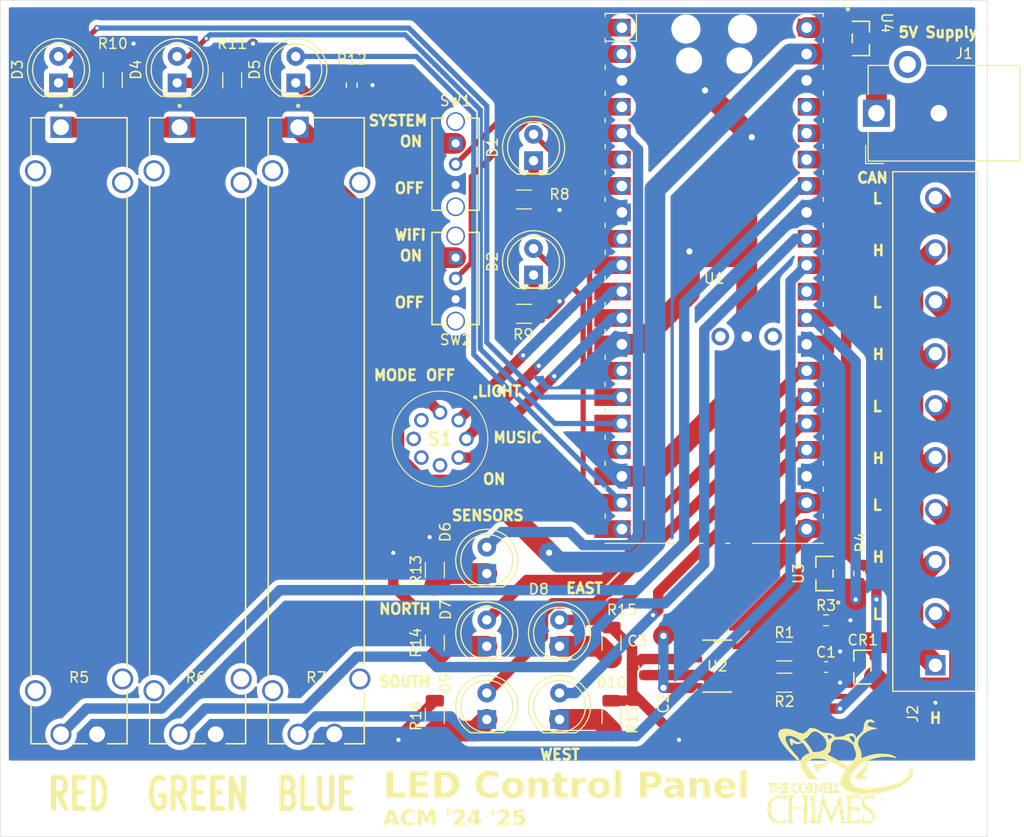
<source format=kicad_pcb>
(kicad_pcb (version 20240108) (generator "pcbnew") (generator_version "8.0")
  (title_block (title "McGraw Tower LED Control Panel") (date "2025-04-09") (rev "0"))
  (layers (0 "F.Cu" signal) (31 "B.Cu" signal) (34 "B.Paste" user) (35 "F.Paste" user) (36 "B.SilkS" user "B.Silkscreen") (37 "F.SilkS" user "F.Silkscreen") (38 "B.Mask" user) (39 "F.Mask" user) (44 "Edge.Cuts" user))
  (net 0 "")
  (net 1 "/CAN_VREF")
  (net 2 "GND")
  (net 3 "VSYS")
  (net 4 "/CANL")
  (net 5 "/CANH")
  (net 6 "Net-(D1-K)")
  (net 7 "/LED_ON")
  (net 8 "Net-(D2-K)")
  (net 9 "/LED_WIFI")
  (net 10 "/LED_R")
  (net 11 "Net-(D3-K)")
  (net 12 "Net-(D4-K)")
  (net 13 "/LED_G")
  (net 14 "/LED_B")
  (net 15 "Net-(D5-K)")
  (net 16 "VBARREL")
  (net 18 "/CAN_RS")
  (net 19 "/CAN_ENL")
  (net 20 "/POT_R")
  (net 21 "/POT_G")
  (net 22 "/POT_B")
  (net 26 "/M_ON")
  (net 28 "/M_MUSIC")
  (net 29 "/M_LIGHT")
  (net 30 "/SYS_EN")
  (net 31 "/SYS_WIFI")
  (net 32 "/CAN_RX")
  (net 33 "VBUS")
  (net 36 "/SENSORS")
  (net 38 "Net-(D6-K)")
  (net 40 "/CAN_TX")
  (net 43 "Net-(D7-K)")
  (net 46 "/NFACE")
  (net 52 "Net-(D8-K)")
  (net 54 "/EFACE")
  (net 56 "Net-(D9-K)")
  (net 57 "/SFACE")
  (net 62 "/WFACE")
  (net 63 "Net-(D10-K)")
  (footprint "Resistor_SMD:R_1206_3216Metric" (layer "F.Cu") (at 147.5 125.7 90)
    (property "Reference" "R16")
    (property "Value" "60Ω" (hide yes))
  )
  (footprint "Resistor_SMD:R_0603_1608Metric" (layer "F.Cu") (at 185.14935 116.5)
    (property "Reference" "R3")
    (property "Value" "10KΩ" (hide yes))
  )
  (footprint "1729092:PHOENIX_1729092" (layer "F.Cu") (at 199.725 123.325 90)
    (property "Reference" "J2")
    (property "Value" "1729092" (hide yes))
  )
  (footprint "pta4543:POT_PTA4543" (layer "F.Cu") (at 111.5171 69.0456)
    (property "Reference" "R5")
    (property "Value" "PTA4543" (hide yes))
  )
  (footprint "LED_THT:LED_D5.0mm" (layer "F.Cu") (at 134.113 64.775 90)
    (property "Reference" "D5")
    (property "Value" "LED" (hide yes))
  )
  (footprint "pesd:SOT23_PESD1_NEX" (layer "F.Cu") (at 188.64935 121 180)
    (property "Reference" "CR1")
    (property "Value" "PESD1CAN_215" (hide yes))
  )
  (footprint "LED_THT:LED_D5.0mm" (layer "F.Cu") (at 122.699 64.775 90)
    (property "Reference" "D4")
    (property "Value" "LED" (hide yes))
  )
  (footprint "LED_THT:LED_D5.0mm" (layer "F.Cu") (at 152.5 112 90)
    (property "Reference" "D6")
    (property "Value" "LED" (hide yes))
  )
  (footprint "Resistor_SMD:R_0603_1608Metric" (layer "F.Cu") (at 139.5 65 90)
    (property "Reference" "R12")
    (property "Value" "5Ω" (hide yes))
  )
  (footprint "LED_THT:LED_D5.0mm" (layer "F.Cu") (at 157 83.2657 90)
    (property "Reference" "D2")
    (property "Value" "LED" (hide yes))
  )
  (footprint "Resistor_SMD:R_0603_1608Metric" (layer "F.Cu") (at 188.35225 112 -90)
    (property "Reference" "R4")
    (property "Value" "100KΩ" (hide yes))
  )
  (footprint "Resistor_SMD:R_1206_3216Metric" (layer "F.Cu") (at 156.07 87)
    (property "Reference" "R9")
    (property "Value" "60Ω" (hide yes))
  )
  (footprint "pta4543:POT_PTA4543" (layer "F.Cu") (at 134.3451 69.0456)
    (property "Reference" "R7")
    (property "Value" "PTA4543" (hide yes))
  )
  (footprint "LOGO" (layer "F.Cu") (at 186.5 131)
    (property "Reference" "G***" (hide yes))
    (property "Value" "LOGO" (hide yes))
  )
  (footprint "rm103772bcb:RM103772BCB" (layer "F.Cu") (at 149.796 97.244)
    (property "Reference" "S1")
    (property "Value" "RM103772BCB" (hide yes))
  )
  (footprint "Capacitor_SMD:C_0603_1608Metric" (layer "F.Cu") (at 167.64935 121 90)
    (property "Reference" "C3")
    (property "Value" "100nF" (hide yes))
  )
  (footprint "LED_THT:LED_D5.0mm" (layer "F.Cu") (at 159.5 119 90)
    (property "Reference" "D8")
    (property "Value" "LED" (hide yes))
  )
  (footprint "Capacitor_SMD:C_0603_1608Metric" (layer "F.Cu") (at 169.64935 121 90)
    (property "Reference" "C2")
    (property "Value" "10uF" (hide yes))
  )
  (footprint "LED_THT:LED_D5.0mm" (layer "F.Cu") (at 111.285 64.775 90)
    (property "Reference" "D3")
    (property "Value" "LED" (hide yes))
  )
  (footprint "os102011ms2qn1:SPDT_OS102011_CNK" (layer "F.Cu") (at 149.5 70.600001)
    (property "Reference" "SW1")
    (property "Value" "OS102011MS2QN1" (hide yes))
  )
  (footprint "LED_THT:LED_D5.0mm" (layer "F.Cu") (at 159.5 126.04 90)
    (property "Reference" "D10")
    (property "Value" "LED" (hide yes))
  )
  (footprint "Resistor_SMD:R_1206_3216Metric" (layer "F.Cu") (at 164.5 125.7 90)
    (property "Reference" "R17")
    (property "Value" "60Ω" (hide yes))
  )
  (footprint "LED_THT:LED_D5.0mm" (layer "F.Cu") (at 152.5 119 90)
    (property "Reference" "D7")
    (property "Value" "LED" (hide yes))
  )
  (footprint "Resistor_SMD:R_1206_3216Metric" (layer "F.Cu") (at 128 64.5375 90)
    (property "Reference" "R11")
    (property "Value" "60Ω" (hide yes))
  )
  (footprint "pta4543:POT_PTA4543" (layer "F.Cu") (at 122.9311 69.0456)
    (property "Reference" "R6")
    (property "Value" "PTA4543" (hide yes))
  )
  (footprint "Resistor_SMD:R_1206_3216Metric" (layer "F.Cu") (at 147.5 111.66 90)
    (property "Reference" "R13")
    (property "Value" "60Ω" (hide yes))
  )
  (footprint "Capacitor_SMD:C_0603_1608Metric" (layer "F.Cu") (at 185.14935 121)
    (property "Reference" "C1")
    (property "Value" "4.7uF" (hide yes))
  )
  (footprint "fdn340p:SOT-23_ONS" (layer "F.Cu") (at 185 112 90)
    (property "Reference" "U3")
    (property "Value" "FDN340P" (hide yes))
  )
  (footprint "Resistor_SMD:R_1206_3216Metric" (layer "F.Cu") (at 164.5 118.66 90)
    (property "Reference" "R15")
    (property "Value" "60Ω" (hide yes))
  )
  (footprint "Connector_BarrelJack:BarrelJack_CUI_PJ-102AH_Horizontal" (layer "F.Cu") (at 190 67.7 90)
    (property "Reference" "J1")
    (property "Value" "Barrel_Jack_MountingPin" (hide yes))
  )
  (footprint "CAN:D8" (layer "F.Cu") (at 174.68555 120.905)
    (property "Reference" "U2")
    (property "Value" "SN65HVD230DR" (hide yes))
  )
  (footprint "os102011ms2qn1:SPDT_OS102011_CNK" (layer "F.Cu") (at 149.5 81.600001)
    (property "Reference" "SW2")
    (property "Value" "OS102011MS2QN1" (hide yes))
  )
  (footprint "Resistor_SMD:R_1206_3216Metric" (layer "F.Cu") (at 181.14935 119.5)
    (property "Reference" "R1")
    (property "Value" "60Ω" (hide yes))
  )
  (footprint "Resistor_SMD:R_1206_3216Metric" (layer "F.Cu") (at 181.14935 122.5 180)
    (property "Reference" "R2")
    (property "Value" "60Ω" (hide yes))
  )
  (footprint "Resistor_SMD:R_1206_3216Metric" (layer "F.Cu") (at 147.5 118.66 90)
    (property "Reference" "R14")
    (property "Value" "60Ω" (hide yes))
  )
  (footprint "LED_THT:LED_D5.0mm" (layer "F.Cu") (at 157 72.2657 90)
    (property "Reference" "D1")
    (property "Value" "LED" (hide yes))
  )
  (footprint "Resistor_SMD:R_1206_3216Metric" (layer "F.Cu") (at 156.07 76)
    (property "Reference" "R8")
    (property "Value" "60Ω" (hide yes))
  )
  (footprint "dmg2305ux:SOT-23_DIO" (layer "F.Cu") (at 188.5 60.5 -90)
    (property "Reference" "U4")
    (property "Value" "DMG2305UX-7" (hide yes))
  )
  (footprint "LED_THT:LED_D5.0mm" (layer "F.Cu") (at 152.5 126.04 90)
    (property "Reference" "D9")
    (property "Value" "LED" (hide yes))
  )
  (footprint "pico:RPi_PicoW_SMD_TH" (layer "F.Cu") (at 174.39 83.59)
    (property "Reference" "U1")
    (property "Value" "PicoW" (hide yes))
  )
  (footprint "Resistor_SMD:R_1206_3216Metric" (layer "F.Cu") (at 116.5 64.5 90)
    (property "Reference" "R10")
    (property "Value" "60Ω" (hide yes))
  )
  (gr_rect (start 105.675 56.825) (end 200.675 137.325) (stroke (width 0.05)) (fill none) (layer "Edge.Cuts"))
  (gr_text "SENSORS" (at 149 107 0) (layer "F.SilkS") (effects (font (size 1 1) (thickness 0.25) (bold yes)) (justify left bottom)))
  (gr_text "WEST" (at 157.5 130 0) (layer "F.SilkS") (effects (font (size 1 1) (thickness 0.25) (bold yes)) (justify left bottom)))
  (gr_text "H" (at 189.5 111 0) (layer "F.SilkS") (effects (font (size 1 1) (thickness 0.25) (bold yes)) (justify left bottom)))
  (gr_text "L" (at 189.5 106 0) (layer "F.SilkS") (effects (font (size 1 1) (thickness 0.25) (bold yes)) (justify left bottom)))
  (gr_text "H" (at 189.5 101.5 0) (layer "F.SilkS") (effects (font (size 1 1) (thickness 0.25) (bold yes)) (justify left bottom)))
  (gr_text "5V Supply" (at 192 60.5 0) (layer "F.SilkS") (effects (font (size 1 1) (thickness 0.25) (bold yes)) (justify left bottom)))
  (gr_text "ACM '24 '25" (at 142.5 136.5 0) (layer "F.SilkS") (effects (font (size 1.5 1.5) (thickness 0.3) (bold yes)) (justify left bottom)))
  (gr_text "RED" (at 110 135 0) (layer "F.SilkS") (effects (font (size 3 2) (thickness 0.5) (bold yes)) (justify left bottom)))
  (gr_text "LIGHT" (at 151.496 95.044 0) (layer "F.SilkS") (effects (font (size 1 1) (thickness 0.25) (bold yes)) (justify left bottom)))
  (gr_text "ON" (at 144 82 0) (layer "F.SilkS") (effects (font (size 1 1) (thickness 0.25) (bold yes)) (justify left bottom)))
  (gr_text "L" (at 189.5 86.5 0) (layer "F.SilkS") (effects (font (size 1 1) (thickness 0.25) (bold yes)) (justify left bottom)))
  (gr_text "MODE" (at 141.5 93.5 0) (layer "F.SilkS") (effects (font (size 1 1) (thickness 0.25) (bold yes)) (justify left bottom)))
  (gr_text "L" (at 189.5 76.5 0) (layer "F.SilkS") (effects (font (size 1 1) (thickness 0.25) (bold yes)) (justify left bottom)))
  (gr_text "H" (at 189.5 81.5 0) (layer "F.SilkS") (effects (font (size 1 1) (thickness 0.25) (bold yes)) (justify left bottom)))
  (gr_text "SYSTEM" (at 141 69 0) (layer "F.SilkS") (effects (font (size 1 1) (thickness 0.25) (bold yes)) (justify left bottom)))
  (gr_text "NORTH" (at 142 116 0) (layer "F.SilkS") (effects (font (size 1 1) (thickness 0.25) (bold yes)) (justify left bottom)))
  (gr_text "EAST" (at 160 114 0) (layer "F.SilkS") (effects (font (size 1 1) (thickness 0.25) (bold yes)) (justify left bottom)))
  (gr_text "SOUTH" (at 142 123 0) (layer "F.SilkS") (effects (font (size 1 1) (thickness 0.25) (bold yes)) (justify left bottom)))
  (gr_text "L" (at 189.5 96.5 0) (layer "F.SilkS") (effects (font (size 1 1) (thickness 0.25) (bold yes)) (justify left bottom)))
  (gr_text "CAN" (at 188 74.5 0) (layer "F.SilkS") (effects (font (size 1 1) (thickness 0.25) (bold yes)) (justify left bottom)))
  (gr_text "L" (at 189.5 116.5 0) (layer "F.SilkS") (effects (font (size 1 1) (thickness 0.25) (bold yes)) (justify left bottom)))
  (gr_text "OFF" (at 143.5 75.5 0) (layer "F.SilkS") (effects (font (size 1 1) (thickness 0.25) (bold yes)) (justify left bottom)))
  (gr_text "LED Control Panel" (at 142.5 134 0) (layer "F.SilkS") (effects (font (size 2.5 2.5) (thickness 0.5) (bold yes)) (justify left bottom)))
  (gr_text "H" (at 189.5 91.5 0) (layer "F.SilkS") (effects (font (size 1 1) (thickness 0.25) (bold yes)) (justify left bottom)))
  (gr_text "OFF" (at 146.5 93.5 0) (layer "F.SilkS") (effects (font (size 1 1) (thickness 0.25) (bold yes)) (justify left bottom)))
  (gr_text "GREEN" (at 119.5 135 0) (layer "F.SilkS") (effects (font (size 3 2) (thickness 0.5) (bold yes)) (justify left bottom)))
  (gr_text "BLUE" (at 132 135 0) (layer "F.SilkS") (effects (font (size 3 2) (thickness 0.5) (bold yes)) (justify left bottom)))
  (gr_text "ON" (at 144 71 0) (layer "F.SilkS") (effects (font (size 1 1) (thickness 0.25) (bold yes)) (justify left bottom)))
  (gr_text "H" (at 195 126.5 0) (layer "F.SilkS") (effects (font (size 1 1) (thickness 0.25) (bold yes)) (justify left bottom)))
  (gr_text "WiFi\n" (at 143.5 80 0) (layer "F.SilkS") (effects (font (size 1 1) (thickness 0.25) (bold yes)) (justify left bottom)))
  (gr_text "OFF" (at 143.5 86.5 0) (layer "F.SilkS") (effects (font (size 1 1) (thickness 0.25) (bold yes)) (justify left bottom)))
  (gr_text "ON\n" (at 152 103.5 0) (layer "F.SilkS") (effects (font (size 1 1) (thickness 0.25) (bold yes)) (justify left bottom)))
  (gr_text "MUSIC" (at 153 99.5 0) (layer "F.SilkS") (effects (font (size 1 1) (thickness 0.25) (bold yes)) (justify left bottom)))
  (segment (start 175.85875 120.9606) (end 175.91435 120.905) (width 0.2) (layer "F.Cu") (net 1))
  (segment (start 175.91435 120.905) (end 184.27935 120.905) (width 0.2) (layer "F.Cu") (net 1))
  (segment (start 175.85875 122.2306) (end 175.85875 120.9606) (width 0.2) (layer "F.Cu") (net 1))
  (segment (start 176.43815 122.81) (end 175.85875 122.2306) (width 0.2) (layer "F.Cu") (net 1))
  (segment (start 177.14935 122.81) (end 176.43815 122.81) (width 0.2) (layer "F.Cu") (net 1))
  (segment (start 184.27935 120.905) (end 184.37435 121) (width 0.2) (layer "F.Cu") (net 1))
  (segment (start 147.5 110.1975) (end 147.5 109) (width 1) (layer "F.Cu") (net 2))
  (segment (start 172 76) (end 178 70) (width 2) (layer "F.Cu") (net 2))
  (segment (start 164.5 117.1975) (end 164.8025 117.1975) (width 1) (layer "F.Cu") (net 2))
  (segment (start 140.675 64.175) (end 141.5 65) (width 1) (layer "F.Cu") (net 2))
  (segment (start 167.409968 120.225) (end 166.47435 121.160618) (width 1) (layer "F.Cu") (net 2))
  (segment (start 165.5 102.64) (end 168.35 102.64) (width 2) (layer "F.Cu") (net 2))
  (segment (start 147.5 109) (end 147 108.5) (width 1) (layer "F.Cu") (net 2))
  (segment (start 128 63.075) (end 128 63) (width 1) (layer "F.Cu") (net 2))
  (segment (start 144 128) (end 144 127.7375) (width 1) (layer "F.Cu") (net 2))
  (segment (start 167.2375 124.2375) (end 164.5 124.2375) (width 1) (layer "F.Cu") (net 2))
  (segment (start 173.5 65.5) (end 178 70) (width 2) (layer "F.Cu") (net 2))
  (segment (start 144 127.7375) (end 147.5 124.2375) (width 1) (layer "F.Cu") (net 2))
  (segment (start 167.64935 120.225) (end 172.17675 120.225) (width 1) (layer "F.Cu") (net 2))
  (segment (start 157.5325 76) (end 158.5 76) (width 1) (layer "F.Cu") (net 2))
  (segment (start 139.5 64.175) (end 140.675 64.175) (width 1) (layer "F.Cu") (net 2))
  (segment (start 164.5 117.1975) (end 166.47435 119.17185) (width 1) (layer "F.Cu") (net 2))
  (segment (start 177.5141 89.19) (end 177.5141 70.4859) (width 2) (layer "F.Cu") (net 2))
  (segment (start 177.5141 70.4859) (end 178 70) (width 2) (layer "F.Cu") (net 2))
  (segment (start 128 63) (end 130 61) (width 1) (layer "F.Cu") (net 2))
  (segment (start 168.35 102.64) (end 177.5141 93.4759) (width 2) (layer "F.Cu") (net 2))
  (segment (start 167.06 89.94) (end 172 85) (width 2) (layer "F.Cu") (net 2))
  (segment (start 143.5 110) (end 143.5 113.1975) (width 1) (layer "F.Cu") (net 2))
  (segment (start 167.64935 120.225) (end 167.409968 120.225) (width 1) (layer "F.Cu") (net 2))
  (segment (start 159.5 85.8) (end 158.3 87) (width 1) (layer "F.Cu") (net 2))
  (segment (start 171 128) (end 167.2375 124.2375) (width 1) (layer "F.Cu") (net 2))
  (segment (start 158.3 87) (end 157.5325 87) (width 1) (layer "F.Cu") (net 2))
  (segment (start 158.5 76) (end 159.5 77) (width 1) (layer "F.Cu") (net 2))
  (segment (start 165.5 89.94) (end 167.06 89.94) (width 2) (layer "F.Cu") (net 2))
  (segment (start 172 85) (end 172 81) (width 2) (layer "F.Cu") (net 2))
  (segment (start 177.5141 93.4759) (end 177.5141 89.19) (width 2) (layer "F.Cu") (net 2))
  (segment (start 166.47435 123.47435) (end 167.2375 124.2375) (width 1) (layer "F.Cu") (net 2))
  (segment (start 166.47435 121.160618) (end 166.47435 123.47435) (width 1) (layer "F.Cu") (net 2))
  (segment (start 172 81) (end 172 76) (width 2) (layer "F.Cu") (net 2))
  (segment (start 166.47435 119.17185) (end 166.47435 121.160618) (width 1) (layer "F.Cu") (net 2))
  (segment (start 185.97435 116.5) (end 187.5 116.5) (width 1) (layer "F.Cu") (net 2))
  (segment (start 172.17675 120.225) (end 172.22175 120.27) (width 0.5) (layer "F.Cu") (net 2))
  (segment (start 116.5 63) (end 118.5 61) (width 1) (layer "F.Cu") (net 2))
  (segment (start 116.5 63.0375) (end 116.5 63) (width 1) (layer "F.Cu") (net 2))
  (segment (start 143.5 113.1975) (end 147.5 117.1975) (width 1) (layer "F.Cu") (net 2))
  (via (at 118.5 61) (size 0.8) (drill 0.4) (layers "F.Cu" "B.Cu") (net 2))
  (via (at 178 70) (size 1) (drill 0.6) (layers "F.Cu" "B.Cu") (net 2))
  (via (at 159.5 77) (size 0.8) (drill 0.4) (layers "F.Cu" "B.Cu") (net 2))
  (via (at 172 81) (size 1) (drill 0.6) (layers "F.Cu" "B.Cu") (net 2))
  (via (at 143.5 110) (size 0.8) (drill 0.4) (layers "F.Cu" "B.Cu") (net 2))
  (via (at 186.5 119.5) (size 0.8) (drill 0.4) (layers "F.Cu" "B.Cu") (net 2))
  (via (at 130 61) (size 0.8) (drill 0.4) (layers "F.Cu" "B.Cu") (net 2))
  (via (at 141.5 65) (size 0.8) (drill 0.4) (layers "F.Cu" "B.Cu") (net 2))
  (via (at 187.5 116.5) (size 0.8) (drill 0.4) (layers "F.Cu" "B.Cu") (net 2))
  (via (at 171 128) (size 0.8) (drill 0.4) (layers "F.Cu" "B.Cu") (net 2))
  (via (at 144 128) (size 0.8) (drill 0.4) (layers "F.Cu" "B.Cu") (net 2))
  (via (at 159.5 85.8) (size 0.8) (drill 0.4) (layers "F.Cu" "B.Cu") (net 2))
  (via (at 147 108.5) (size 0.8) (drill 0.4) (layers "F.Cu" "B.Cu") (net 2))
  (via (at 173.5 65.5) (size 1) (drill 0.6) (layers "F.Cu" "B.Cu") (net 2))
  (via (at 186.5 122.5) (size 0.8) (drill 0.4) (layers "F.Cu" "B.Cu") (net 2))
  (segment (start 148 96.5) (end 144.375203 92.875203) (width 1) (layer "F.Cu") (net 3))
  (segment (start 188.3223 111.175) (end 187.08 109.9327) (width 1) (layer "F.Cu") (net 3))
  (segment (start 188.82725 111.175) (end 188.35225 111.175) (width 1) (layer "F.Cu") (net 3))
  (segment (start 188.35225 111.175) (end 188.3223 111.175) (width 1) (layer "F.Cu") (net 3))
  (segment (start 190 112.34775) (end 188.82725 111.175) (width 1) (layer "F.Cu") (net 3))
  (segment (start 144.375203 92.875203) (end 144.375203 81.600001) (width 2) (layer "F.Cu") (net 3))
  (segment (start 171.98675 121.775) (end 173.85675 121.775) (width 1) (layer "F.Cu") (net 3))
  (segment (start 135.899501 73.124299) (end 135.899501 70.600001) (width 2) (layer "F.Cu") (net 3))
  (segment (start 167.64935 121.775) (end 171.98675 121.775) (width 1) (layer "F.Cu") (net 3))
  (segment (start 187.08 109.9327) (end 187.08 62) (width 1) (layer "F.Cu") (net 3))
  (segment (start 134.3451 69.0456) (end 135.899501 70.600001) (width 2) (layer "F.Cu") (net 3))
  (segment (start 183.28 62) (end 187.08 62) (width 2) (layer "F.Cu") (net 3))
  (segment (start 151.98 103.48) (end 146.160994 103.48) (width 2) (layer "F.Cu") (net 3))
  (segment (start 111.5171 69.0456) (end 122.9311 69.0456) (width 2) (layer "F.Cu") (net 3))
  (segment (start 146.160994 103.48) (end 143.56 100.879006) (width 2) (layer "F.Cu") (net 3))
  (segment (start 143.56 93.690406) (end 144.375203 92.875203) (width 2) (layer "F.Cu") (net 3))
  (segment (start 143.56 100.879006) (end 143.56 93.690406) (width 2) (layer "F.Cu") (net 3))
  (segment (start 173.85675 121.775) (end 173.85675 122.1874) (width 1) (layer "F.Cu") (net 3))
  (segment (start 135.899501 70.600001) (end 149.5 70.600001) (width 2) (layer "F.Cu") (net 3))
  (segment (start 144.375203 81.600001) (end 135.899501 73.124299) (width 2) (layer "F.Cu") (net 3))
  (segment (start 185.9652 111.0475) (end 187.08 109.9327) (width 1) (layer "F.Cu") (net 3))
  (segment (start 158.5 110) (end 151.98 103.48) (width 2) (layer "F.Cu") (net 3))
  (segment (start 171.98675 121.775) (end 172.22175 121.54) (width 0.5) (layer "F.Cu") (net 3))
  (segment (start 190 114.5) (end 190 112.34775) (width 1) (layer "F.Cu") (net 3))
  (segment (start 173.85675 122.1874) (end 176.66935 125) (width 1) (layer "F.Cu") (net 3))
  (segment (start 176.66935 125) (end 186.5 125) (width 1) (layer "F.Cu") (net 3))
  (segment (start 149.5 81.600001) (end 144.375203 81.600001) (width 2) (layer "F.Cu") (net 3))
  (segment (start 122.9311 69.0456) (end 134.3451 69.0456) (width 2) (layer "F.Cu") (net 3))
  (segment (start 187.08 62) (end 187.555001 61.524999) (width 2) (layer "F.Cu") (net 3))
  (via (at 158.5 110) (size 1) (drill 0.6) (layers "F.Cu" "B.Cu") (net 3))
  (via (at 190 114.5) (size 0.8) (drill 0.4) (layers "F.Cu" "B.Cu") (net 3))
  (via (at 186.5 125) (size 0.8) (drill 0.4) (layers "F.Cu" "B.Cu") (net 3))
  (segment (start 190 121.5) (end 190 114.5) (width 1) (layer "B.Cu") (net 3))
  (segment (start 166.815958 110.897) (end 159.397 110.897) (width 2) (layer "B.Cu") (net 3))
  (segment (start 183.28 62) (end 181.72 62) (width 2) (layer "B.Cu") (net 3))
  (segment (start 168.677 109.035958) (end 166.815958 110.897) (width 2) (layer "B.Cu") (net 3))
  (segment (start 159.397 110.897) (end 158.5 110) (width 2) (layer "B.Cu") (net 3))
  (segment (start 181.72 62) (end 168.677 75.043) (width 2) (layer "B.Cu") (net 3))
  (segment (start 168.677 75.043) (end 168.677 109.035958) (width 2) (layer "B.Cu") (net 3))
  (segment (start 186.5 125) (end 190 121.5) (width 1) (layer "B.Cu") (net 3))
  (segment (start 197.5 123) (end 198 122.5) (width 2) (layer "F.Cu") (net 4))
  (segment (start 189.7987 121.950001) (end 190.848699 123) (width 2) (layer "F.Cu") (net 4))
  (segment (start 197.85 108) (end 197.85 108.825) (width 2) (layer "F.Cu") (net 4))
  (segment (start 197.85 99.825) (end 197.85 90.325) (width 2) (layer "F.Cu") (net 4))
  (segment (start 197.85 90.325) (end 197.85 78) (width 2) (layer "F.Cu") (net 4))
  (segment (start 181.01185 123.825) (end 187.923701 123.825) (width 0.5) (layer "F.Cu") (net 4))
  (segment (start 179.68685 122.5) (end 181.01185 123.825) (width 0.5) (layer "F.Cu") (net 4))
  (segment (start 195.675 85.825) (end 197.85 88) (width 2) (layer "F.Cu") (net 4))
  (segment (start 195.675 95.825) (end 197.85 98) (width 2) (layer "F.Cu") (net 4))
  (segment (start 197.85 78) (end 195.675 75.825) (width 2) (layer "F.Cu") (net 4))
  (segment (start 190.848699 123) (end 197.5 123) (width 2) (layer "F.Cu") (net 4))
  (segment (start 198 117.85) (end 198 108.975) (width 2) (layer "F.Cu") (net 4))
  (segment (start 197.85 108.825) (end 197.85 99.825) (width 2) (layer "F.Cu") (net 4))
  (segment (start 197.85 88) (end 197.85 90.325) (width 2) (layer "F.Cu") (net 4))
  (segment (start 197.85 98) (end 197.85 99.825) (width 2) (layer "F.Cu") (net 4))
  (segment (start 178.72685 121.54) (end 179.68685 122.5) (width 0.5) (layer "F.Cu") (net 4))
  (segment (start 198 108.975) (end 197.85 108.825) (width 2) (layer "F.Cu") (net 4))
  (segment (start 197.85 118) (end 198 117.85) (width 2) (layer "F.Cu") (net 4))
  (segment (start 195.675 105.825) (end 197.85 108) (width 2) (layer "F.Cu") (net 4))
  (segment (start 195.675 115.825) (end 197.85 118) (width 2) (layer "F.Cu") (net 4))
  (segment (start 187.923701 123.825) (end 189.7987 121.950001) (width 0.5) (layer "F.Cu") (net 4))
  (segment (start 177.14935 121.54) (end 178.72685 121.54) (width 0.5) (layer "F.Cu") (net 4))
  (segment (start 198 122.5) (end 198 117.85) (width 2) (layer "F.Cu") (net 4))
  (segment (start 193.5 106.825) (end 193.5 118.65) (width 2) (layer "F.Cu") (net 5))
  (segment (start 193.5 113) (end 193.5 118.65) (width 1) (layer "F.Cu") (net 5))
  (segment (start 195.675 100.825) (end 193.5 103) (width 2) (layer "F.Cu") (net 5))
  (segment (start 195.675 120.825) (end 193.5 118.65) (width 2) (layer "F.Cu") (net 5))
  (segment (start 188.37435 118.62565) (end 189.7987 120.049999) (width 0.5) (layer "F.Cu") (net 5))
  (segment (start 187.923701 118.175) (end 188.37435 118.62565) (width 0.5) (layer "F.Cu") (net 5))
  (segment (start 193.5 118.65) (end 188.3987 118.65) (width 2) (layer "F.Cu") (net 5))
  (segment (start 177.14935 120.27) (end 178.91685 120.27) (width 0.5) (layer "F.Cu") (net 5))
  (segment (start 181.01185 118.175) (end 187.923701 118.175) (width 0.5) (layer "F.Cu") (net 5))
  (segment (start 188.3987 118.65) (end 188.37435 118.62565) (width 2) (layer "F.Cu") (net 5))
  (segment (start 195.675 90.825) (end 193.5 93) (width 2) (layer "F.Cu") (net 5))
  (segment (start 195.675 80.825) (end 193.5 83) (width 2) (layer "F.Cu") (net 5))
  (segment (start 179.68685 119.5) (end 181.01185 118.175) (width 0.5) (layer "F.Cu") (net 5))
  (segment (start 193.5 83) (end 193.5 93.325) (width 2) (layer "F.Cu") (net 5))
  (segment (start 178.91685 120.27) (end 179.68685 119.5) (width 0.5) (layer "F.Cu") (net 5))
  (segment (start 195.675 110.825) (end 193.5 113) (width 2) (layer "F.Cu") (net 5))
  (segment (start 193.5 93) (end 193.5 93.325) (width 2) (layer "F.Cu") (net 5))
  (segment (start 193.5 103) (end 193.5 106.825) (width 2) (layer "F.Cu") (net 5))
  (segment (start 193.5 93.325) (end 193.5 106.825) (width 2) (layer "F.Cu") (net 5))
  (segment (start 157 73.6075) (end 154.6075 76) (width 1) (layer "F.Cu") (net 6))
  (segment (start 157 72.2657) (end 157 73.6075) (width 1) (layer "F.Cu") (net 6))
  (segment (start 162.4 75.1257) (end 162.4 91.24) (width 0.5) (layer "F.Cu") (net 7))
  (segment (start 162.4 91.24) (end 163.64 92.48) (width 0.5) (layer "F.Cu") (net 7))
  (segment (start 163.64 92.48) (end 165.5 92.48) (width 0.5) (layer "F.Cu") (net 7))
  (segment (start 157 69.7257) (end 162.4 75.1257) (width 0.5) (layer "F.Cu") (net 7))
  (segment (start 157 83.2657) (end 157 84.6075) (width 1) (layer "F.Cu") (net 8))
  (segment (start 157 84.6075) (end 154.6075 87) (width 1) (layer "F.Cu") (net 8))
  (segment (start 161.773 85.4987) (end 161.773 105.853) (width 0.5) (layer "F.Cu") (net 9))
  (segment (start 157 80.7257) (end 161.773 85.4987) (width 0.5) (layer "F.Cu") (net 9))
  (segment (start 163.64 107.72) (end 165.5 107.72) (width 0.5) (layer "F.Cu") (net 9))
  (segment (start 161.773 105.853) (end 163.64 107.72) (width 0.5) (layer "F.Cu") (net 9))
  (segment (start 111.285 62.235) (end 112.265 62.235) (width 0.5) (layer "F.Cu") (net 10))
  (segment (start 112.265 62.235) (end 115 59.5) (width 0.5) (layer "F.Cu") (net 10))
  (via (at 115 59.5) (size 0.6) (drill 0.3) (layers "F.Cu" "B.Cu") (net 10))
  (segment (start 115 59.5) (end 145 59.5) (width 0.5) (layer "B.Cu") (net 10))
  (segment (start 152.5 89.75) (end 157.77 95.02) (width 0.5) (layer "B.Cu") (net 10))
  (segment (start 157.77 95.02) (end 165.5 95.02) (width 0.5) (layer "B.Cu") (net 10))
  (segment (start 145 59.5) (end 152.5 67) (width 0.5) (layer "B.Cu") (net 10))
  (segment (start 152.5 67) (end 152.5 89.75) (width 0.5) (layer "B.Cu") (net 10))
  (segment (start 115.3125 64.775) (end 116.5 65.9625) (width 1) (layer "F.Cu") (net 11))
  (segment (start 111.285 64.775) (end 115.3125 64.775) (width 1) (layer "F.Cu") (net 11))
  (segment (start 126.775 64.775) (end 128 66) (width 1) (layer "F.Cu") (net 12))
  (segment (start 122.699 64.775) (end 126.775 64.775) (width 1) (layer "F.Cu") (net 12))
  (segment (start 122.699 62.235) (end 123.765 62.235) (width 0.5) (layer "F.Cu") (net 13))
  (segment (start 123.765 62.235) (end 125.5 60.5) (width 0.5) (layer "F.Cu") (net 13))
  (via (at 125.5 60.5) (size 0.6) (drill 0.3) (layers "F.Cu" "B.Cu") (net 13))
  (segment (start 151.873 90.373) (end 159.06 97.56) (width 0.5) (layer "B.Cu") (net 13))
  (segment (start 125.85 60.15) (end 144.65 60.15) (width 0.5) (layer "B.Cu") (net 13))
  (segment (start 159.06 97.56) (end 165.5 97.56) (width 0.5) (layer "B.Cu") (net 13))
  (segment (start 125.5 60.5) (end 125.85 60.15) (width 0.5) (layer "B.Cu") (net 13))
  (segment (start 151.873 67.373) (end 151.873 90.373) (width 0.5) (layer "B.Cu") (net 13))
  (segment (start 144.65 60.15) (end 151.873 67.373) (width 0.5) (layer "B.Cu") (net 13))
  (segment (start 151.246 67.746) (end 151.246 90.926) (width 0.5) (layer "B.Cu") (net 14))
  (segment (start 151.246 90.926) (end 165.5 105.18) (width 0.5) (layer "B.Cu") (net 14))
  (segment (start 145.735 62.235) (end 151.246 67.746) (width 0.5) (layer "B.Cu") (net 14))
  (segment (start 134.113 62.235) (end 145.735 62.235) (width 0.5) (layer "B.Cu") (net 14))
  (segment (start 134.113 64.775) (end 135.163 65.825) (width 1) (layer "F.Cu") (net 15))
  (segment (start 135.163 65.825) (end 139.5 65.825) (width 1) (layer "F.Cu") (net 15))
  (segment (start 189.445 60.5) (end 190 61.055) (width 2) (layer "F.Cu") (net 16))
  (segment (start 190 61.055) (end 190 67.7) (width 2) (layer "F.Cu") (net 16))
  (segment (start 189.445 67.145) (end 190 67.7) (width 1) (layer "F.Cu") (net 16))
  (segment (start 177.14935 118.88545) (end 184.0348 112) (width 1) (layer "F.Cu") (net 18))
  (segment (start 177.14935 119) (end 177.14935 118.88545) (width 1) (layer "F.Cu") (net 18))
  (via (at 188 114.5) (size 0.8) (drill 0.4) (layers "F.Cu" "B.Cu") (net 19))
  (segment (start 183.84 87.4) (end 188 91.56) (width 1) (layer "B.Cu") (net 19))
  (segment (start 188 91.56) (end 188 114.5) (width 1) (layer "B.Cu") (net 19))
  (segment (start 183.28 87.4) (end 183.84 87.4) (width 1) (layer "B.Cu") (net 19))
  (segment (start 182.72 74.7) (end 183.28 74.7) (width 1) (layer "B.Cu") (net 20))
  (segment (start 132.581391 113.6) (end 166.9 113.6) (width 1) (layer "B.Cu") (net 20))
  (segment (start 171.5 85.92) (end 182.72 74.7) (width 1) (layer "B.Cu") (net 20))
  (segment (start 113.9921 124.9906) (end 121.190791 124.9906) (width 1) (layer "B.Cu") (net 20))
  (segment (start 121.190791 124.9906) (end 132.581391 113.6) (width 1) (layer "B.Cu") (net 20))
  (segment (start 171.5 109) (end 171.5 85.92) (width 1) (layer "B.Cu") (net 20))
  (segment (start 111.5171 127.4656) (end 113.9921 124.9906) (width 1) (layer "B.Cu") (net 20))
  (segment (start 166.9 113.6) (end 171.5 109) (width 1) (layer "B.Cu") (net 20))
  (segment (start 173.4241 88.547968) (end 182.192068 79.78) (width 1) (layer "B.Cu") (net 21))
  (segment (start 169.627 114.873) (end 173.4241 111.0759) (width 1) (layer "B.Cu") (net 21))
  (segment (start 163 117.444365) (end 165.571365 114.873) (width 1) (layer "B.Cu") (net 21))
  (segment (start 125.4061 124.9906) (end 135.002909 124.9906) (width 1) (layer "B.Cu") (net 21))
  (segment (start 165.571365 114.873) (end 169.627 114.873) (width 1) (layer "B.Cu") (net 21))
  (segment (start 139.993509 120) (end 146.697258 120) (width 1) (layer "B.Cu") (net 21))
  (segment (start 122.9311 127.4656) (end 125.4061 124.9906) (width 1) (layer "B.Cu") (net 21))
  (segment (start 146.697258 120) (end 147.697258 121) (width 1) (layer "B.Cu") (net 21))
  (segment (start 173.4241 111.0759) (end 173.4241 88.547968) (width 1) (layer "B.Cu") (net 21))
  (segment (start 160.5 121) (end 163 118.5) (width 1) (layer "B.Cu") (net 21))
  (segment (start 147.697258 121) (end 160.5 121) (width 1) (layer "B.Cu") (net 21))
  (segment (start 163 118.5) (end 163 117.444365) (width 1) (layer "B.Cu") (net 21))
  (segment (start 182.192068 79.78) (end 183.28 79.78) (width 1) (layer "B.Cu") (net 21))
  (segment (start 135.002909 124.9906) (end 139.993509 120) (width 1) (layer "B.Cu") (net 21))
  (segment (start 181.73 112.77) (end 181.73 83.87) (width 1) (layer "B.Cu") (net 22))
  (segment (start 166.86 127.64) (end 181.73 112.77) (width 1) (layer "B.Cu") (net 22))
  (segment (start 149.0096 125.7496) (end 150.9 127.64) (width 1) (layer "B.Cu") (net 22))
  (segment (start 181.73 83.87) (end 183.28 82.32) (width 1) (layer "B.Cu") (net 22))
  (segment (start 150.9 127.64) (end 166.86 127.64) (width 1) (layer "B.Cu") (net 22))
  (segment (start 134.3451 127.4656) (end 136.0611 125.7496) (width 1) (layer "B.Cu") (net 22))
  (segment (start 136.0611 125.7496) (end 149.0096 125.7496) (width 1) (layer "B.Cu") (net 22))
  (segment (start 151.164 100.836) (end 159 93) (width 1) (layer "F.Cu") (net 26))
  (segment (start 149.796 100.836) (end 151.164 100.836) (width 1) (layer "F.Cu") (net 26))
  (via (at 159 93) (size 0.8) (drill 0.4) (layers "F.Cu" "B.Cu") (net 26))
  (segment (start 159 93) (end 164.6 87.4) (width 1) (layer "B.Cu") (net 26))
  (segment (start 164.6 87.4) (end 165.5 87.4) (width 1) (layer "B.Cu") (net 26))
  (segment (start 150.54 98.96) (end 157.5 92) (width 1) (layer "F.Cu") (net 28))
  (segment (start 150.54 99.04) (end 150.54 98.96) (width 1) (layer "F.Cu") (net 28))
  (via (at 157.5 92) (size 0.8) (drill 0.4) (layers "F.Cu" "B.Cu") (net 28))
  (segment (start 157.5 92) (end 164.64 84.86) (width 1) (layer "B.Cu") (net 28))
  (segment (start 164.64 84.86) (end 165.5 84.86) (width 1) (layer "B.Cu") (net 28))
  (segment (start 149.796 97.244) (end 149.796 97.204) (width 1) (layer "F.Cu") (net 29))
  (segment (start 149.796 97.204) (end 156 91) (width 1) (layer "F.Cu") (net 29))
  (via (at 156 91) (size 0.8) (drill 0.4) (layers "F.Cu" "B.Cu") (net 29))
  (segment (start 156 91) (end 164.68 82.32) (width 1) (layer "B.Cu") (net 29))
  (segment (start 164.68 82.32) (end 165.5 82.32) (width 1) (layer "B.Cu") (net 29))
  (segment (start 149.5 72.600001) (end 155.100001 67) (width 0.5) (layer "F.Cu") (net 30))
  (segment (start 155.100001 67) (end 158.48 67) (width 0.5) (layer "F.Cu") (net 30))
  (segment (start 163.64 72.16) (end 165.5 72.16) (width 0.5) (layer "F.Cu") (net 30))
  (segment (start 158.48 67) (end 163.64 72.16) (width 0.5) (layer "F.Cu") (net 30))
  (segment (start 156.440811 68.3757) (end 157.7757 68.3757) (width 0.5) (layer "F.Cu") (net 31))
  (segment (start 157.7757 68.3757) (end 162.4 73) (width 0.5) (layer "F.Cu") (net 31))
  (segment (start 151 73.816511) (end 156.440811 68.3757) (width 0.5) (layer "F.Cu") (net 31))
  (segment (start 151 82.100001) (end 151 73.816511) (width 0.5) (layer "F.Cu") (net 31))
  (segment (start 162.4 73) (end 162.4 73.46) (width 0.5) (layer "F.Cu") (net 31))
  (segment (start 162.4 73.46) (end 163.64 74.7) (width 0.5) (layer "F.Cu") (net 31))
  (segment (start 163.64 74.7) (end 165.5 74.7) (width 0.5) (layer "F.Cu") (net 31))
  (segment (start 149.5 83.600001) (end 151 82.100001) (width 0.5) (layer "F.Cu") (net 31))
  (segment (start 172.12375 123) (end 172.22175 122.902) (width 1) (layer "F.Cu") (net 32))
  (segment (start 182.32 105.18) (end 169.5 118) (width 2) (layer "F.Cu") (net 32))
  (segment (start 183.28 105.18) (end 182.32 105.18) (width 2) (layer "F.Cu") (net 32))
  (segment (start 169.5 123) (end 172.12375 123) (width 1) (layer "F.Cu") (net 32))
  (via (at 169.5 123) (size 1) (drill 0.6) (layers "F.Cu" "B.Cu") (net 32))
  (via (at 169.5 118) (size 1) (drill 0.6) (layers "F.Cu" "B.Cu") (net 32))
  (segment (start 169.5 118) (end 169.5 123) (width 1) (layer "B.Cu") (net 32))
  (segment (start 186.46 59.46) (end 186.522001 59.397999) (width 2) (layer "F.Cu") (net 33))
  (segment (start 183.28 59.46) (end 186.46 59.46) (width 2) (layer "F.Cu") (net 33))
  (segment (start 186.522001 59.397999) (end 187.555001 59.397999) (width 2) (layer "F.Cu") (net 33))
  (segment (start 152.5 109.46) (end 153.96 108) (width 1) (layer "B.Cu") (net 36))
  (segment (start 160.5 108) (end 161.77 109.27) (width 1) (layer "B.Cu") (net 36))
  (segment (start 161.77 109.27) (end 166.142032 109.27) (width 1) (layer "B.Cu") (net 36))
  (segment (start 167.05 71.17) (end 165.5 69.62) (width 1) (layer "B.Cu") (net 36))
  (segment (start 166.142032 109.27) (end 167.05 108.362032) (width 1) (layer "B.Cu") (net 36))
  (segment (start 153.96 108) (end 160.5 108) (width 1) (layer "B.Cu") (net 36))
  (segment (start 167.05 108.362032) (end 167.05 71.17) (width 1) (layer "B.Cu") (net 36))
  (segment (start 148.6225 112) (end 147.5 113.1225) (width 2) (layer "F.Cu") (net 38))
  (segment (start 152.5 112) (end 148.6225 112) (width 2) (layer "F.Cu") (net 38))
  (segment (start 183.28 107.72) (end 172.402 118.598) (width 2) (layer "F.Cu") (net 40))
  (segment (start 172.402 118.598) (end 172.22175 118.598) (width 2) (layer "F.Cu") (net 40))
  (segment (start 152.5 119) (end 148.6225 119) (width 2) (layer "F.Cu") (net 43))
  (segment (start 148.6225 119) (end 147.5 120.1225) (width 2) (layer "F.Cu") (net 43))
  (segment (start 168 107.2) (end 182.72 92.48) (width 1) (layer "F.Cu") (net 46))
  (segment (start 163.701 112.619) (end 168 108.32) (width 1) (layer "F.Cu") (net 46))
  (segment (start 152.5 116.46) (end 156.341 112.619) (width 1) (layer "F.Cu") (net 46))
  (segment (start 168 108.32) (end 168 107.2) (width 1) (layer "F.Cu") (net 46))
  (segment (start 156.341 112.619) (end 163.701 112.619) (width 1) (layer "F.Cu") (net 46))
  (segment (start 182.72 92.48) (end 183.28 92.48) (width 1) (layer "F.Cu") (net 46))
  (segment (start 163.3775 119) (end 164.5 120.1225) (width 2) (layer "F.Cu") (net 52))
  (segment (start 159.5 119) (end 163.3775 119) (width 2) (layer "F.Cu") (net 52))
  (segment (start 182.94 97.56) (end 183.28 97.56) (width 1) (layer "F.Cu") (net 54))
  (segment (start 164.53657 114.873) (end 165.627 114.873) (width 1) (layer "F.Cu") (net 54))
  (segment (start 159.5 116.46) (end 162.94957 116.46) (width 1) (layer "F.Cu") (net 54))
  (segment (start 165.627 114.873) (end 182.94 97.56) (width 1) (layer "F.Cu") (net 54))
  (segment (start 162.94957 116.46) (end 164.53657 114.873) (width 1) (layer "F.Cu") (net 54))
  (segment (start 151.3775 127.1625) (end 152.5 126.04) (width 2) (layer "F.Cu") (net 56))
  (segment (start 147.5 127.1625) (end 151.3775 127.1625) (width 2) (layer "F.Cu") (net 56))
  (segment (start 164.069752 113.746) (end 164.254 113.746) (width 1) (layer "F.Cu") (net 57))
  (segment (start 152.5 123.5) (end 157.9 118.1) (width 1) (layer "F.Cu") (net 57))
  (segment (start 182.98 95.02) (end 183.28 95.02) (width 1) (layer "F.Cu") (net 57))
  (segment (start 157.9 118.1) (end 157.9 115.797258) (width 1) (layer "F.Cu") (net 57))
  (segment (start 157.9 115.797258) (end 158.837258 114.86) (width 1) (layer "F.Cu") (net 57))
  (segment (start 164.254 113.746) (end 182.98 95.02) (width 1) (layer "F.Cu") (net 57))
  (segment (start 162.955752 114.86) (end 164.069752 113.746) (width 1) (layer "F.Cu") (net 57))
  (segment (start 158.837258 114.86) (end 162.955752 114.86) (width 1) (layer "F.Cu") (net 57))
  (segment (start 168.5 116) (end 169 115.5) (width 1) (layer "F.Cu") (net 62))
  (segment (start 169 113.82) (end 182.72 100.1) (width 1) (layer "F.Cu") (net 62))
  (segment (start 182.72 100.1) (end 183.28 100.1) (width 1) (layer "F.Cu") (net 62))
  (segment (start 169 115.5) (end 169 113.82) (width 1) (layer "F.Cu") (net 62))
  (via (at 168.5 116) (size 0.8) (drill 0.4) (layers "F.Cu" "B.Cu") (net 62))
  (segment (start 161 123.5) (end 168.5 116) (width 1) (layer "B.Cu") (net 62))
  (segment (start 159.5 123.5) (end 161 123.5) (width 1) (layer "B.Cu") (net 62))
  (segment (start 163.3775 126.04) (end 164.5 127.1625) (width 2) (layer "F.Cu") (net 63))
  (segment (start 159.5 126.04) (end 163.3775 126.04) (width 2) (layer "F.Cu") (net 63))
  (zone (net 19) (net_name "/CAN_ENL") (layer "F.Cu") (priority 2) (connect_pads yes (clearance 0.5)) (min_thickness 0.25) (fill yes (thermal_gap 0.5) (thermal_bridge_width 0.5))
    (polygon (pts (xy 185.5 112.5) (xy 189 112.5) (xy 189 115.5) (xy 185.5 115.5)))
  )
  (zone (net 18) (net_name "/CAN_RS") (layer "F.Cu") (priority 1) (connect_pads yes (clearance 0.5)) (min_thickness 0.25) (fill yes (thermal_gap 0.5) (thermal_bridge_width 0.5))
    (polygon (pts (xy 185 117.5) (xy 185 111.5) (xy 181.5 111.5) (xy 175.5 117.5)))
  )
  (zone (net 2) (net_name "GND") (layer "F.Cu") (priority 3) (connect_pads yes (clearance 0.5)) (min_thickness 0.25) (fill yes (thermal_gap 0.5) (thermal_bridge_width 0.5))
    (polygon (pts (xy 185.5 119) (xy 185.5 123) (xy 188 123) (xy 188 120) (xy 187 119)))
  )
  (zone (net 2) (net_name "GND") (layer "F.Cu") (priority 5) (connect_pads (clearance 0.5)) (min_thickness 0.25) (fill yes (thermal_gap 0.5) (thermal_bridge_width 0.5))
    (polygon (pts (xy 171.5 82.5) (xy 178 82.5) (xy 178 71.5) (xy 176.5 71.5) (xy 171.5 76)))
  )
  (zone (net 1) (net_name "/CAN_VREF") (layer "F.Cu") (connect_pads yes (clearance 0.5)) (min_thickness 0.25) (fill yes (thermal_gap 0.5) (thermal_bridge_width 0.5))
    (polygon (pts (xy 182.18555 118.905) (xy 182.18555 122.905) (xy 184.68555 122.905) (xy 184.68555 118.905)))
  )
  (zone (net 2) (net_name "GND") (layer "B.Cu") (priority 4) (connect_pads yes (clearance 0.5)) (min_thickness 0.25) (fill yes (thermal_gap 0.5) (thermal_bridge_width 0.5))
    (polygon (pts (xy 106.5 57.5) (xy 199.5 57.5) (xy 199.5 130) (xy 106.5 130)))
  )
)
</source>
